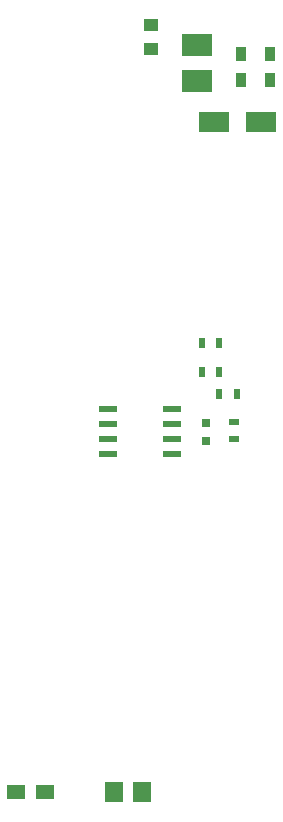
<source format=gbp>
%MOIN*%
%OFA0B0*%
%FSLAX46Y46*%
%IPPOS*%
%LPD*%
%ADD10C,0.0039370078740157488*%
%ADD21C,0.0039370078740157488*%
%ADD22R,0.059055118110236227X0.049212598425196853*%
%ADD23R,0.061000000000000006X0.0709*%
%ADD34C,0.0039370078740157488*%
%ADD35R,0.01968503937007874X0.035433070866141732*%
%ADD36R,0.029527559055118113X0.031496062992125991*%
%ADD37R,0.035433070866141732X0.01968503937007874*%
%ADD38R,0.0610236220472441X0.023622047244094488*%
%ADD49C,0.0039370078740157488*%
%ADD60C,0.0039370078740157488*%
%ADD71C,0.0039370078740157488*%
%ADD82C,0.0039370078740157488*%
%ADD83R,0.035433070866141732X0.047244094488188976*%
%ADD84R,0.0984X0.0709*%
%ADD85R,0.049212598425196853X0.03937007874015748*%
%ADD86R,0.0984X0.076800000000000007*%
%LPD*%
G01*
D10*
G01*
D21*
D22*
X-0005511811Y0003740157D02*
X0000275590Y0000314960D03*
X0000177165Y0000314960D03*
D23*
X0000597481Y0000314960D03*
X0000504881Y0000314960D03*
G01*
D34*
D35*
X-0004921259Y0005196850D02*
X0000915354Y0001641732D03*
X0000856299Y0001641732D03*
D36*
X0000811023Y0001484251D03*
X0000811023Y0001543307D03*
D37*
X0000905511Y0001490155D03*
X0000905511Y0001549212D03*
D38*
X0000484251Y0001440748D03*
X0000484251Y0001490747D03*
X0000484251Y0001540748D03*
X0000484251Y0001590748D03*
X0000696850Y0001590748D03*
X0000696850Y0001540748D03*
X0000696850Y0001490747D03*
X0000696850Y0001440748D03*
D35*
X0000797244Y0001811023D03*
X0000856299Y0001811023D03*
X0000797244Y0001712598D03*
X0000856299Y0001712598D03*
G04 next file*
%LPD*%
G01*
D49*
G01*
D60*
G04 next file*
G01*
D71*
G04 next file*
G04 #@! TF.FileFunction,Paste,Bot*
G04 Gerber Fmt 4.6, Leading zero omitted, Abs format (unit mm)*
G04 Created by KiCad (PCBNEW 4.0.7) date 03/02/18 07:07:43*
G01*
G04 APERTURE LIST*
G04 APERTURE END LIST*
D82*
D83*
X-0005944881Y0005984251D02*
X0001023622Y0002688975D03*
X0001023622Y0002775590D03*
X0000929133Y0002775590D03*
X0000929133Y0002688975D03*
D84*
X0000996022Y0002547244D03*
X0000838622Y0002547244D03*
D85*
X0000629921Y0002870078D03*
X0000629921Y0002791338D03*
D86*
X0000783464Y0002804094D03*
X0000783464Y0002684094D03*
M02*
</source>
